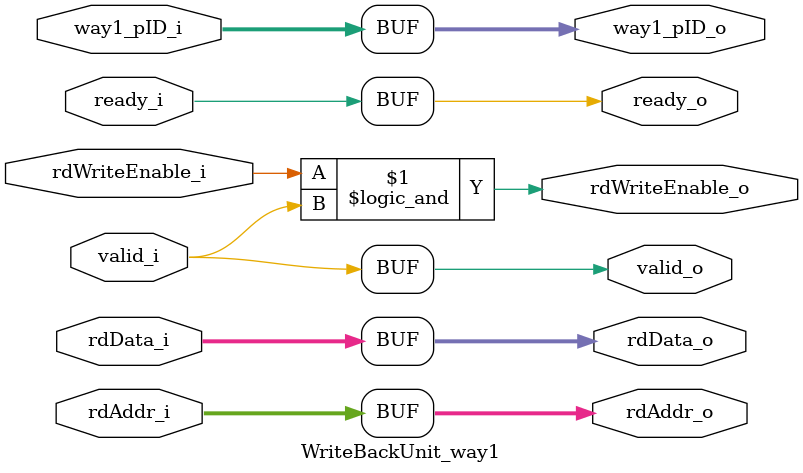
<source format=sv>
module WriteBackUnit_way1(
    `ifdef DebugMode
        input logic [31:0] instAddr_i,
        input logic [31:0] inst_i,
        output logic [31:0] instAddr_o,
        output logic [31:0] inst_o,    
    `endif

    input logic rdWriteEnable_i,
    input logic [4:0] rdAddr_i,
    input logic [63:0] rdData_i,
    input logic valid_i,
    input logic ready_i,
    input logic [1:0] way1_pID_i,

    output logic rdWriteEnable_o,
    output logic [4:0] rdAddr_o,
    output logic [63:0] rdData_o,
    output logic valid_o,
    output logic ready_o,
    output logic [1:0] way1_pID_o
);

    assign rdWriteEnable_o = rdWriteEnable_i && valid_i;
    assign rdAddr_o = rdAddr_i;
    assign rdData_o = rdData_i;
    assign valid_o = valid_i;
    assign ready_o = ready_i;
    assign way1_pID_o = way1_pID_i;

    `ifdef DebugMode
        assign instAddr_o = instAddr_i;
        assign inst_o = inst_i;
    `endif

endmodule
</source>
